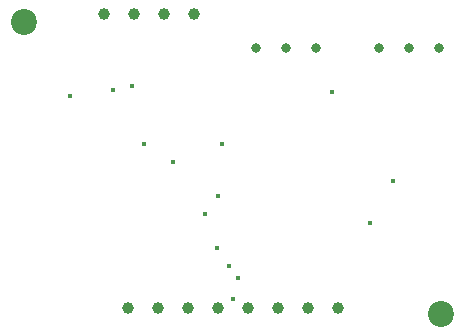
<source format=gbr>
%TF.GenerationSoftware,KiCad,Pcbnew,(5.1.4-0-10_14)*%
%TF.CreationDate,2019-08-17T10:20:58+03:00*%
%TF.ProjectId,Cooler_routed,436f6f6c-6572-45f7-926f-757465642e6b,rev?*%
%TF.SameCoordinates,Original*%
%TF.FileFunction,Plated,1,2,PTH,Drill*%
%TF.FilePolarity,Positive*%
%FSLAX46Y46*%
G04 Gerber Fmt 4.6, Leading zero omitted, Abs format (unit mm)*
G04 Created by KiCad (PCBNEW (5.1.4-0-10_14)) date 2019-08-17 10:20:58*
%MOMM*%
%LPD*%
G04 APERTURE LIST*
%TA.AperFunction,ViaDrill*%
%ADD10C,0.400000*%
%TD*%
%TA.AperFunction,ComponentDrill*%
%ADD11C,0.800000*%
%TD*%
%TA.AperFunction,ComponentDrill*%
%ADD12C,1.000000*%
%TD*%
%TA.AperFunction,ComponentDrill*%
%ADD13C,2.200000*%
%TD*%
G04 APERTURE END LIST*
D10*
X197069300Y-93189900D03*
X200729000Y-92692000D03*
X202329700Y-92294300D03*
X203321000Y-97248100D03*
X205791000Y-98735600D03*
X208491000Y-103167200D03*
X209465200Y-106076400D03*
X209600800Y-101640800D03*
X209903500Y-97248200D03*
X210480000Y-107600600D03*
X210820000Y-110320600D03*
X211315900Y-108564600D03*
X219252600Y-92827900D03*
X222421600Y-103903800D03*
X224406500Y-100332700D03*
D11*
%TO.C,Temp1*%
X212801000Y-89103200D03*
X215341000Y-89103200D03*
X217881000Y-89103200D03*
%TO.C,Power1*%
X223215000Y-89103200D03*
X225755000Y-89103200D03*
X228295000Y-89103200D03*
D12*
%TO.C,J4*%
X201930000Y-111125000D03*
X204470000Y-111125000D03*
X207010000Y-111125000D03*
X209550000Y-111125000D03*
X212090000Y-111125000D03*
X214630000Y-111125000D03*
X217170000Y-111125000D03*
X219710000Y-111125000D03*
%TO.C,J3*%
X199898000Y-86233000D03*
X202438000Y-86233000D03*
X204978000Y-86233000D03*
X207518000Y-86233000D03*
D13*
%TO.C,H2*%
X228473000Y-111633000D03*
%TO.C,H1*%
X193167000Y-86868000D03*
M02*

</source>
